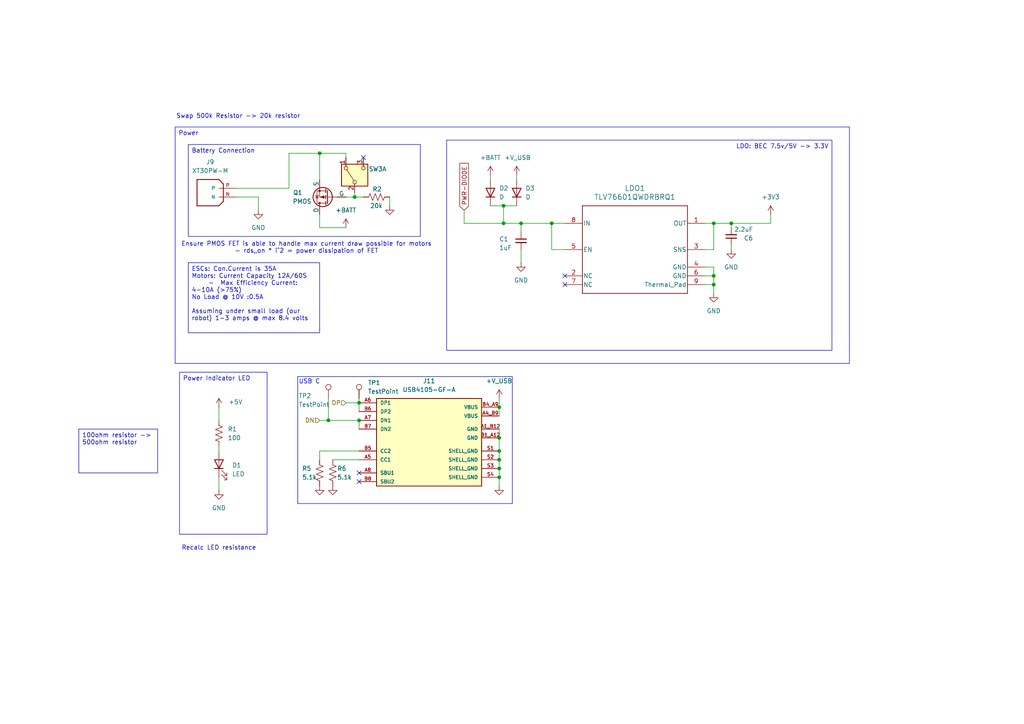
<source format=kicad_sch>
(kicad_sch (version 20231120) (generator "eeschema") (generator_version "8.0")
  (paper "A4")
  (lib_symbols
    (symbol "Connector:TestPoint" (pin_numbers hide) (pin_names (offset 0.762) hide)
      (property "Reference" "TP" (at 0 6.858 0))
      (property "Value" "TestPoint" (at 0 5.08 0))
      (symbol "TestPoint_0_1"
        (circle (center 0 3.302) (radius 0.762))
      )
      (symbol "TestPoint_1_1"
        (pin passive line (at 0 0 90) (length 2.54) (name "1") (number "1"))
      )
    )
    (symbol "Custom Symbols:USB4105-GF-A" (pin_names (offset 1.016))
      (property "Reference" "J" (at -13.97 13.97 0))
      (property "Value" "USB4105-GF-A" (at -15.24 -15.24 0))
      (symbol "USB4105-GF-A_0_0"
        (rectangle (start -15.24 12.7) (end 15.24 -12.7) (stroke (width 0.254)) (fill (type background)))
        (pin power_in line (at 20.32 3.81 180) (length 5.08) (name "GND") (number "A1_B12"))
        (pin power_in line (at 20.32 7.62 180) (length 5.08) (name "VBUS") (number "A4_B9"))
        (pin bidirectional line (at -20.32 -5.08 0) (length 5.08) (name "CC1") (number "A5"))
        (pin bidirectional line (at -20.32 11.43 0) (length 5.08) (name "DP1") (number "A6"))
        (pin bidirectional line (at -20.32 6.35 0) (length 5.08) (name "DN1") (number "A7"))
        (pin bidirectional line (at -20.32 -8.89 0) (length 5.08) (name "SBU1") (number "A8"))
        (pin power_in line (at 20.32 1.27 180) (length 5.08) (name "GND") (number "B1_A12"))
        (pin power_in line (at 20.32 10.16 180) (length 5.08) (name "VBUS") (number "B4_A9"))
        (pin bidirectional line (at -20.32 -2.54 0) (length 5.08) (name "CC2") (number "B5"))
        (pin bidirectional line (at -20.32 8.89 0) (length 5.08) (name "DP2") (number "B6"))
        (pin bidirectional line (at -20.32 3.81 0) (length 5.08) (name "DN2") (number "B7"))
        (pin bidirectional line (at -20.32 -11.43 0) (length 5.08) (name "SBU2") (number "B8"))
        (pin power_in line (at 20.32 -2.54 180) (length 5.08) (name "SHELL_GND") (number "S1"))
        (pin power_in line (at 20.32 -5.08 180) (length 5.08) (name "SHELL_GND") (number "S2"))
        (pin power_in line (at 20.32 -7.62 180) (length 5.08) (name "SHELL_GND") (number "S3"))
        (pin power_in line (at 20.32 -10.16 180) (length 5.08) (name "SHELL_GND") (number "S4"))
      )
    )
    (symbol "Device:C_Small" (pin_numbers hide) (pin_names (offset 0.254) hide)
      (property "Reference" "C" (at 0.254 1.778 0))
      (property "Value" "C_Small" (at 0.254 -2.032 0))
      (symbol "C_Small_0_1"
        (polyline (pts (xy -1.524 -0.508) (xy 1.524 -0.508)) (stroke (width 0.3302)))
        (polyline (pts (xy -1.524 0.508) (xy 1.524 0.508)) (stroke (width 0.3048)))
      )
      (symbol "C_Small_1_1"
        (pin passive line (at 0 2.54 270) (length 2.032) (name "~") (number "1"))
        (pin passive line (at 0 -2.54 90) (length 2.032) (name "~") (number "2"))
      )
    )
    (symbol "Device:D" (pin_numbers hide) (pin_names (offset 1.016) hide)
      (property "Reference" "D" (at 0 2.54 0))
      (property "Value" "D" (at 0 -2.54 0))
      (symbol "D_0_1"
        (polyline (pts (xy -1.27 1.27) (xy -1.27 -1.27)) (stroke (width 0.254)))
        (polyline (pts (xy 1.27 0) (xy -1.27 0)))
        (polyline (pts (xy 1.27 1.27) (xy 1.27 -1.27) (xy -1.27 0) (xy 1.27 1.27)) (stroke (width 0.254)))
      )
      (symbol "D_1_1"
        (pin passive line (at -3.81 0 0) (length 2.54) (name "K") (number "1"))
        (pin passive line (at 3.81 0 180) (length 2.54) (name "A") (number "2"))
      )
    )
    (symbol "Device:LED" (pin_numbers hide) (pin_names (offset 1.016) hide)
      (property "Reference" "D" (at 0 2.54 0))
      (property "Value" "LED" (at 0 -2.54 0))
      (symbol "LED_0_1"
        (polyline (pts (xy -1.27 -1.27) (xy -1.27 1.27)) (stroke (width 0.254)))
        (polyline (pts (xy -1.27 0) (xy 1.27 0)))
        (polyline (pts (xy 1.27 -1.27) (xy 1.27 1.27) (xy -1.27 0) (xy 1.27 -1.27)) (stroke (width 0.254)))
        (polyline (pts (xy -3.048 -0.762) (xy -4.572 -2.286) (xy -3.81 -2.286) (xy -4.572 -2.286) (xy -4.572 -1.524)))
        (polyline (pts (xy -1.778 -0.762) (xy -3.302 -2.286) (xy -2.54 -2.286) (xy -3.302 -2.286) (xy -3.302 -1.524)))
      )
      (symbol "LED_1_1"
        (pin passive line (at -3.81 0 0) (length 2.54) (name "K") (number "1"))
        (pin passive line (at 3.81 0 180) (length 2.54) (name "A") (number "2"))
      )
    )
    (symbol "Device:R_US" (pin_numbers hide) (pin_names (offset 0))
      (property "Reference" "R" (at 2.54 0 90))
      (property "Value" "R_US" (at -2.54 0 90))
      (symbol "R_US_0_1"
        (polyline (pts (xy 0 -2.286) (xy 0 -2.54)))
        (polyline (pts (xy 0 2.286) (xy 0 2.54)))
        (polyline (pts (xy 0 -0.762) (xy 1.016 -1.143) (xy 0 -1.524) (xy -1.016 -1.905) (xy 0 -2.286)))
        (polyline (pts (xy 0 0.762) (xy 1.016 0.381) (xy 0 0) (xy -1.016 -0.381) (xy 0 -0.762)))
        (polyline (pts (xy 0 2.286) (xy 1.016 1.905) (xy 0 1.524) (xy -1.016 1.143) (xy 0 0.762)))
      )
      (symbol "R_US_1_1"
        (pin passive line (at 0 3.81 270) (length 1.27) (name "~") (number "1"))
        (pin passive line (at 0 -3.81 90) (length 1.27) (name "~") (number "2"))
      )
    )
    (symbol "Simulation_SPICE:PMOS" (pin_numbers hide) (pin_names (offset 0))
      (property "Reference" "Q1" (at 8.89 -1.27 0))
      (property "Value" "PMOS" (at 7.62 1.27 0))
      (symbol "PMOS_0_1"
        (polyline (pts (xy 0.254 0) (xy -2.54 0)))
        (polyline (pts (xy 0.254 1.905) (xy 0.254 -1.905)) (stroke (width 0.254)))
        (polyline (pts (xy 0.762 -1.27) (xy 0.762 -2.286)) (stroke (width 0.254)))
        (polyline (pts (xy 0.762 0.508) (xy 0.762 -0.508)) (stroke (width 0.254)))
        (polyline (pts (xy 0.762 2.286) (xy 0.762 1.27)) (stroke (width 0.254)))
        (polyline (pts (xy 2.54 2.54) (xy 2.54 1.778)))
        (polyline (pts (xy 2.54 -2.54) (xy 2.54 0) (xy 0.762 0)))
        (polyline (pts (xy 0.762 1.778) (xy 3.302 1.778) (xy 3.302 -1.778) (xy 0.762 -1.778)))
        (polyline (pts (xy 2.286 0) (xy 1.27 0.381) (xy 1.27 -0.381) (xy 2.286 0)) (fill (type outline)))
        (polyline (pts (xy 2.794 -0.508) (xy 2.921 -0.381) (xy 3.683 -0.381) (xy 3.81 -0.254)))
        (polyline (pts (xy 3.302 -0.381) (xy 2.921 0.254) (xy 3.683 0.254) (xy 3.302 -0.381)))
        (circle (center 1.651 0) (radius 2.794) (stroke (width 0.254)))
        (circle (center 2.54 -1.778) (radius 0.254) (fill (type outline)))
        (circle (center 2.54 1.778) (radius 0.254) (fill (type outline)))
      )
      (symbol "PMOS_1_0"
        (pin passive line (at -5.08 0 0) (length 2.54) (name "G") (number "4"))
        (pin passive line (at 2.54 5.08 270) (length 2.54) (name "D") (number "5"))
      )
      (symbol "PMOS_1_1"
        (pin input line (at 2.54 -5.08 90) (length 2.54) hide (name "S") (number "1"))
        (pin passive line (at 2.54 -5.08 90) (length 2.54) hide (name "S") (number "2"))
        (pin passive line (at 2.54 -5.08 90) (length 2.54) (name "S") (number "3"))
      )
    )
    (symbol "Switch:SW_DPDT_x2" (pin_names (offset 0) hide)
      (property "Reference" "SW" (at 0 5.08 0))
      (property "Value" "SW_DPDT_x2" (at 0 -5.08 0))
      (symbol "SW_DPDT_x2_0_0"
        (circle (center -2.032 0) (radius 0.508))
        (circle (center 2.032 -2.54) (radius 0.508))
      )
      (symbol "SW_DPDT_x2_0_1"
        (rectangle (start -3.175 3.81) (end 3.175 -3.81) (stroke (width 0.254)) (fill (type background)))
        (polyline (pts (xy -1.524 0.254) (xy 1.5748 2.286)))
        (circle (center 2.032 2.54) (radius 0.508))
      )
      (symbol "SW_DPDT_x2_1_1"
        (pin passive line (at 5.08 2.54 180) (length 2.54) (name "A") (number "1"))
        (pin passive line (at -5.08 0 0) (length 2.54) (name "B") (number "2"))
        (pin passive line (at 5.08 -2.54 180) (length 2.54) (name "C") (number "3"))
      )
      (symbol "SW_DPDT_x2_2_1"
        (pin passive line (at 5.08 2.54 180) (length 2.54) (name "A") (number "4"))
        (pin passive line (at -5.08 0 0) (length 2.54) (name "B") (number "5"))
        (pin passive line (at 5.08 -2.54 180) (length 2.54) (name "C") (number "6"))
      )
    )
    (symbol "TLV6601:TLV76601QWDRBRQ1" (pin_names (offset 0.254))
      (property "Reference" "U" (at 0 2.54 0))
      (property "Value" "TLV76601QWDRBRQ1" (at 0 0 0))
      (symbol "TLV76601QWDRBRQ1_0_1"
        (polyline (pts (xy 5.08 -20.32) (xy 35.56 -20.32)) (stroke (width 0.2032)))
        (polyline (pts (xy 5.08 5.08) (xy 5.08 -20.32)) (stroke (width 0.2032)))
        (polyline (pts (xy 35.56 -20.32) (xy 35.56 5.08)) (stroke (width 0.2032)))
        (polyline (pts (xy 35.56 5.08) (xy 5.08 5.08)) (stroke (width 0.2032)))
        (pin power_in line (at 40.64 0 180) (length 5.08) (name "OUT") (number "1"))
        (pin unspecified line (at 0 -15.24 0) (length 5.08) (name "NC") (number "2"))
        (pin unspecified line (at 40.64 -7.62 180) (length 5.08) (name "SNS") (number "3"))
        (pin power_in line (at 40.64 -12.7 180) (length 5.08) (name "GND") (number "4"))
        (pin input line (at 0 -7.62 0) (length 5.08) (name "EN") (number "5"))
        (pin power_in line (at 40.64 -15.24 180) (length 5.08) (name "GND") (number "6"))
        (pin unspecified line (at 0 -17.78 0) (length 5.08) (name "NC") (number "7"))
        (pin power_in line (at 0 0 0) (length 5.08) (name "IN") (number "8"))
        (pin unspecified line (at 40.64 -17.78 180) (length 5.08) (name "Thermal_Pad") (number "9"))
      )
    )
    (symbol "XT30PW-M:XT30PW-M" (pin_names (offset 1.016))
      (property "Reference" "J" (at -7.62 3.302 0))
      (property "Value" "XT30PW-M" (at -7.62 -7.62 0))
      (symbol "XT30PW-M_0_0"
        (polyline (pts (xy -7.62 -5.08) (xy -7.62 2.54)) (stroke (width 0.254)))
        (polyline (pts (xy -7.62 2.54) (xy -1.27 2.54)) (stroke (width 0.254)))
        (polyline (pts (xy -1.27 -5.08) (xy -7.62 -5.08)) (stroke (width 0.254)))
        (polyline (pts (xy 0 -3.81) (xy -1.27 -5.08)) (stroke (width 0.254)))
        (polyline (pts (xy 0 0) (xy 0 -3.81)) (stroke (width 0.254)))
        (polyline (pts (xy 0 1.27) (xy -1.27 2.54)) (stroke (width 0.254)))
        (polyline (pts (xy 0 1.27) (xy 0 0)) (stroke (width 0.254)))
      )
      (symbol "XT30PW-M_1_0"
        (pin power_in line (at 3.81 -2.54 180) (length 5.08) (name "N") (number "N"))
        (pin power_in line (at 3.81 0 180) (length 5.08) (name "P") (number "P"))
      )
      (symbol "XT30PW-M_1_1"
        (pin unspecified line (at -10.16 0 0) (length 2.54) hide (name "S1") (number "S1"))
        (pin unspecified line (at -10.16 -2.54 0) (length 2.54) hide (name "S2") (number "S2"))
      )
    )
    (symbol "power:+12V" (power) (pin_names (offset 0))
      (property "Value" "+12V" (at 0 3.556 0))
      (symbol "+12V_0_1"
        (polyline (pts (xy -0.762 1.27) (xy 0 2.54)))
        (polyline (pts (xy 0 0) (xy 0 2.54)))
        (polyline (pts (xy 0 2.54) (xy 0.762 1.27)))
      )
      (symbol "+12V_1_1"
        (pin power_in line (at 0 0 90) (length 0) hide (name "+12V") (number "1"))
      )
    )
    (symbol "power:+3V3" (power) (pin_numbers hide) (pin_names (offset 0) hide)
      (property "Value" "+3V3" (at 0 3.556 0))
      (symbol "+3V3_0_1"
        (polyline (pts (xy -0.762 1.27) (xy 0 2.54)))
        (polyline (pts (xy 0 0) (xy 0 2.54)))
        (polyline (pts (xy 0 2.54) (xy 0.762 1.27)))
      )
      (symbol "+3V3_1_1"
        (pin power_in line (at 0 0 90) (length 0) (name "~") (number "1"))
      )
    )
    (symbol "power:+5V" (power) (pin_numbers hide) (pin_names (offset 0) hide)
      (property "Value" "+5V" (at 0 3.556 0))
      (symbol "+5V_0_1"
        (polyline (pts (xy -0.762 1.27) (xy 0 2.54)))
        (polyline (pts (xy 0 0) (xy 0 2.54)))
        (polyline (pts (xy 0 2.54) (xy 0.762 1.27)))
      )
      (symbol "+5V_1_1"
        (pin power_in line (at 0 0 90) (length 0) (name "~") (number "1"))
      )
    )
    (symbol "power:+BATT" (power) (pin_numbers hide) (pin_names (offset 0) hide)
      (property "Value" "+BATT" (at 0 3.556 0))
      (symbol "+BATT_0_1"
        (polyline (pts (xy -0.762 1.27) (xy 0 2.54)))
        (polyline (pts (xy 0 0) (xy 0 2.54)))
        (polyline (pts (xy 0 2.54) (xy 0.762 1.27)))
      )
      (symbol "+BATT_1_1"
        (pin power_in line (at 0 0 90) (length 0) (name "~") (number "1"))
      )
    )
    (symbol "power:GND" (power) (pin_numbers hide) (pin_names (offset 0) hide)
      (property "Value" "GND" (at 0 -3.81 0))
      (symbol "GND_0_1"
        (polyline (pts (xy 0 0) (xy 0 -1.27) (xy 1.27 -1.27) (xy 0 -2.54) (xy -1.27 -1.27) (xy 0 -1.27)))
      )
      (symbol "GND_1_1"
        (pin power_in line (at 0 0 270) (length 0) (name "~") (number "1"))
      )
    )
    (symbol "power:VBUS" (power) (pin_numbers hide) (pin_names (offset 0) hide)
      (property "Value" "VBUS" (at 0 3.556 0))
      (symbol "VBUS_0_1"
        (polyline (pts (xy -0.762 1.27) (xy 0 2.54)))
        (polyline (pts (xy 0 0) (xy 0 2.54)))
        (polyline (pts (xy 0 2.54) (xy 0.762 1.27)))
      )
      (symbol "VBUS_1_1"
        (pin power_in line (at 0 0 90) (length 0) (name "~") (number "1"))
      )
    )
  )
  (junction (at 207.01 80.01))
  (junction (at 104.14 116.84))
  (junction (at 144.78 138.43))
  (junction (at 146.05 64.77))
  (junction (at 95.25 121.92))
  (junction (at 207.01 82.55))
  (junction (at 146.05 59.69))
  (junction (at 144.78 135.89))
  (junction (at 207.01 64.77))
  (junction (at 144.78 118.11))
  (junction (at 144.78 130.81))
  (junction (at 92.71 44.45))
  (junction (at 212.09 64.77))
  (junction (at 144.78 133.35))
  (junction (at 144.78 127))
  (junction (at 151.13 64.77))
  (junction (at 160.02 64.77))
  (junction (at 102.87 57.15))
  (junction (at 104.14 121.92))
  (no_connect (at 104.14 139.7))
  (no_connect (at 105.41 45.72))
  (no_connect (at 163.83 80.01))
  (no_connect (at 104.14 137.16))
  (no_connect (at 163.83 82.55))
  (wire (pts (xy 142.24 59.69) (xy 146.05 59.69)))
  (wire (pts (xy 144.78 135.89) (xy 144.78 138.43)))
  (wire (pts (xy 146.05 64.77) (xy 151.13 64.77)))
  (wire (pts (xy 144.78 124.46) (xy 144.78 127)))
  (wire (pts (xy 212.09 64.77) (xy 212.09 66.04)))
  (wire (pts (xy 92.71 66.04) (xy 92.71 62.23)))
  (wire (pts (xy 102.87 57.15) (xy 105.41 57.15)))
  (wire (pts (xy 212.09 64.77) (xy 207.01 64.77)))
  (wire (pts (xy 92.71 133.35) (xy 92.71 130.81)))
  (wire (pts (xy 63.5 118.11) (xy 63.5 121.92)))
  (wire (pts (xy 204.47 80.01) (xy 207.01 80.01)))
  (wire (pts (xy 92.71 44.45) (xy 100.33 44.45)))
  (wire (pts (xy 104.14 121.92) (xy 104.14 124.46)))
  (wire (pts (xy 212.09 71.12) (xy 212.09 72.39)))
  (wire (pts (xy 207.01 80.01) (xy 207.01 77.47)))
  (wire (pts (xy 204.47 82.55) (xy 207.01 82.55)))
  (wire (pts (xy 207.01 64.77) (xy 204.47 64.77)))
  (wire (pts (xy 74.93 57.15) (xy 74.93 60.96)))
  (wire (pts (xy 207.01 85.09) (xy 207.01 82.55)))
  (wire (pts (xy 204.47 72.39) (xy 207.01 72.39)))
  (wire (pts (xy 102.87 57.15) (xy 100.33 57.15)))
  (wire (pts (xy 144.78 138.43) (xy 144.78 140.97)))
  (wire (pts (xy 95.25 115.57) (xy 95.25 121.92)))
  (wire (pts (xy 63.5 138.43) (xy 63.5 142.24)))
  (wire (pts (xy 83.82 44.45) (xy 92.71 44.45)))
  (wire (pts (xy 92.71 121.92) (xy 95.25 121.92)))
  (wire (pts (xy 149.86 50.8) (xy 149.86 52.07)))
  (wire (pts (xy 83.82 54.61) (xy 83.82 44.45)))
  (wire (pts (xy 113.03 57.15) (xy 113.03 59.69)))
  (wire (pts (xy 100.33 116.84) (xy 104.14 116.84)))
  (wire (pts (xy 142.24 50.8) (xy 142.24 52.07)))
  (wire (pts (xy 96.52 133.35) (xy 104.14 133.35)))
  (wire (pts (xy 144.78 127) (xy 144.78 130.81)))
  (wire (pts (xy 207.01 77.47) (xy 204.47 77.47)))
  (wire (pts (xy 207.01 72.39) (xy 207.01 64.77)))
  (wire (pts (xy 146.05 59.69) (xy 149.86 59.69)))
  (wire (pts (xy 68.58 54.61) (xy 83.82 54.61)))
  (wire (pts (xy 63.5 129.54) (xy 63.5 130.81)))
  (wire (pts (xy 102.87 55.88) (xy 102.87 57.15)))
  (wire (pts (xy 144.78 118.11) (xy 144.78 120.65)))
  (wire (pts (xy 92.71 66.04) (xy 100.33 66.04)))
  (wire (pts (xy 104.14 116.84) (xy 104.14 119.38)))
  (wire (pts (xy 160.02 64.77) (xy 163.83 64.77)))
  (wire (pts (xy 146.05 59.69) (xy 146.05 64.77)))
  (wire (pts (xy 92.71 44.45) (xy 92.71 52.07)))
  (wire (pts (xy 151.13 64.77) (xy 160.02 64.77)))
  (wire (pts (xy 207.01 82.55) (xy 207.01 80.01)))
  (wire (pts (xy 100.33 44.45) (xy 100.33 45.72)))
  (wire (pts (xy 134.62 64.77) (xy 146.05 64.77)))
  (wire (pts (xy 144.78 130.81) (xy 144.78 133.35)))
  (wire (pts (xy 223.52 64.77) (xy 223.52 62.23)))
  (wire (pts (xy 151.13 72.39) (xy 151.13 76.2)))
  (wire (pts (xy 95.25 121.92) (xy 104.14 121.92)))
  (wire (pts (xy 68.58 57.15) (xy 74.93 57.15)))
  (wire (pts (xy 144.78 133.35) (xy 144.78 135.89)))
  (wire (pts (xy 223.52 64.77) (xy 212.09 64.77)))
  (wire (pts (xy 134.62 60.96) (xy 134.62 64.77)))
  (wire (pts (xy 151.13 67.31) (xy 151.13 64.77)))
  (wire (pts (xy 160.02 64.77) (xy 160.02 72.39)))
  (wire (pts (xy 104.14 115.57) (xy 104.14 116.84)))
  (wire (pts (xy 144.78 115.57) (xy 144.78 118.11)))
  (wire (pts (xy 92.71 130.81) (xy 104.14 130.81)))
  (wire (pts (xy 160.02 72.39) (xy 163.83 72.39)))
  (rectangle (start 86.36 109.22) (end 148.59 146.05))
  (text_box "LDO: BEC 7.5v/5V -> 3.3V\n" (at 129.54 40.64 0) (size 111.76 60.96) (effects (font (size 1.27 1.27)) (justify right top)))
  (text_box "Battery Connection \n" (at 54.61 41.91 0) (size 67.31 26.67) (effects (font (size 1.27 1.27)) (justify left top)))
  (text_box "100ohm resistor -> 500ohm resistor\n" (at 22.86 124.46 0) (size 22.86 12.7) (effects (font (size 1.27 1.27)) (justify left top)))
  (text_box "ESCs: Con.Current is 35A\nMotors: Current Capacity 12A/60S \n	-  Max Efficiency Current: 4-10A (>75%)\nNo Load @ 10V :0.5A\n\nAssuming under small load (our robot) 1-3 amps @ max 8.4 volts" (at 54.61 76.2 0) (size 38.1 20.32) (effects (font (size 1.27 1.27)) (justify left top)))
  (text_box "Power Indicator LED" (at 52.07 107.95 0) (size 25.4 46.99) (effects (font (size 1.27 1.27)) (justify left top)))
  (text_box "Power" (at 50.8 36.83 0) (size 195.58 68.58) (effects (font (size 1.27 1.27)) (justify left top)))
  (text "Swap 500k Resistor -> 20k resistor\n" (at 69.088 33.782 0) (effects (font (size 1.27 1.27))))
  (text "Recalc LED resistance\n" (at 63.5 159.004 0) (effects (font (size 1.27 1.27))))
  (text "Ensure PMOS FET is able to handle max current draw possible for motors\n- rds_on * i^2 = power dissipation of FET" (at 88.9 71.882 0) (effects (font (size 1.27 1.27))))
  (text "USB C" (at 86.614 111.506 0) (effects (font (size 1.27 1.27)) (justify left bottom)))
  (global_label "PWR-DIODE" (shape input) (at 134.62 60.96 90) (property "Intersheetrefs" "${INTERSHEET_REFS}" (effects (hide yes))))
  (hierarchical_label "DN" (shape input) (at 92.71 121.92 180))
  (hierarchical_label "DP" (shape input) (at 100.33 116.84 180))
  (symbol (lib_id "Device:R_US") (at 92.71 137.16 0) (unit 1)
    (property "Reference" "R5" (at 87.63 135.89 0) (effects (justify left)))
    (property "Value" "5.1k" (at 87.63 138.43 0) (effects (justify left)))
    (property "Footprint" "Resistor_SMD:R_0603_1608Metric" (effects (hide yes)))
    (property "MANUFACTURER" "ERA-2AED512X" (effects (hide yes)))
  )
  (symbol (lib_id "power:GND") (at 144.78 140.97 0) (unit 1)
    (property "Reference" "#PWR036" (effects (hide yes)))
    (property "Value" "GND" (effects (hide yes)))
  )
  (symbol (lib_id "Device:C_Small") (at 151.13 69.85 0) (unit 1)
    (property "Reference" "C1" (at 144.78 69.342 0) (effects (justify left)))
    (property "Value" "1uF" (at 144.78 71.882 0) (effects (justify left)))
    (property "Footprint" "Capacitor_SMD:C_0603_1608Metric" (effects (hide yes)))
    (property "Description" "Unpolarized capacitor, small symbol" (effects (hide yes)))
    (property "MANUFACTURER" " 581-KAF21KR71E105KU " (effects (hide yes)))
  )
  (symbol (lib_id "Connector:TestPoint") (at 95.25 115.57 0) (unit 1)
    (property "Reference" "TP2" (at 86.614 114.808 0) (effects (justify left)))
    (property "Value" "TestPoint" (at 86.614 117.348 0) (effects (justify left)))
    (property "Footprint" "TestPoint:TestPoint_Pad_D2.0mm" (effects (hide yes)))
    (property "Description" "test point" (effects (hide yes)))
  )
  (symbol (lib_id "power:VBUS") (at 144.78 115.57 0) (unit 1)
    (property "Reference" "#PWR035" (effects (hide yes)))
    (property "Value" "+V_USB" (at 144.78 110.49 0))
    (property "Description" "Power symbol creates a global label with name \"VBUS\"" (effects (hide yes)))
  )
  (symbol (lib_id "XT30PW-M:XT30PW-M") (at 64.77 54.61 0) (unit 1) (in_bom no)
    (property "Reference" "J9" (at 60.96 46.99 0))
    (property "Value" "XT30PW-M" (at 60.96 49.53 0))
    (property "Footprint" "XT30PW-M:AMASS_XT30PW-M" (effects (hide yes)))
    (property "MF" "AMASS" (effects (hide yes)))
    (property "MAXIMUM_PACKAGE_HEIGHT" "5 mm" (effects (hide yes)))
    (property "Package" "None" (effects (hide yes)))
    (property "Price" "None" (effects (hide yes)))
    (property "Check_prices" "https://www.snapeda.com/parts/XT30PW-M/AMASS/view-part/?ref=eda" (effects (hide yes)))
    (property "STANDARD" "Manufacturer Recommendations" (effects (hide yes)))
    (property "PARTREV" "1.2" (effects (hide yes)))
    (property "SnapEDA_Link" "https://www.snapeda.com/parts/XT30PW-M/AMASS/view-part/?ref=snap" (effects (hide yes)))
    (property "MP" "XT30PW-M" (effects (hide yes)))
    (property "Description_1" "\nSocket; DC supply; XT30; male; PIN: 2; on PCBs; THT; Colour: yellow\n" (effects (hide yes)))
    (property "MANUFACTURER" "Amass" (effects (hide yes)))
    (property "Availability" "Not in stock" (effects (hide yes)))
    (property "SNAPEDA_PN" "XT30PW-M" (effects (hide yes)))
  )
  (symbol (lib_id "Device:C_Small") (at 212.09 68.58 180) (unit 1)
    (property "Reference" "C6" (at 218.44 69.088 0) (effects (justify left)))
    (property "Value" "2.2uF" (at 218.44 66.548 0) (effects (justify left)))
    (property "Footprint" "Capacitor_SMD:C_0603_1608Metric" (effects (hide yes)))
    (property "Description" "Unpolarized capacitor, small symbol" (effects (hide yes)))
    (property "MANUFACTURER" " 581-KAF21KR71E225KU " (effects (hide yes)))
  )
  (symbol (lib_id "Switch:SW_DPDT_x2") (at 102.87 50.8 90) (unit 1)
    (property "Reference" "SW3" (at 106.934 49.022 90) (effects (justify right)))
    (property "Value" "SW_Nidec_CAS-120A1" (effects (hide yes)))
    (property "Footprint" "JS102011JAQN:SW_JS102011JAQN" (effects (hide yes)))
    (property "Description" "Switch, dual pole double throw, separate symbols" (effects (hide yes)))
    (property "MANUFACTURER" "CKN10723CT-ND" (effects (hide yes)))
  )
  (symbol (lib_id "power:GND") (at 113.03 59.69 0) (unit 1)
    (property "Reference" "#PWR026" (effects (hide yes)))
    (property "Value" "GND" (effects (hide yes)))
  )
  (symbol (lib_id "Device:D") (at 142.24 55.88 90) (unit 1)
    (property "Reference" "D2" (at 144.78 54.6099 90) (effects (justify right)))
    (property "Value" "D" (at 144.78 57.1499 90) (effects (justify right)))
    (property "Footprint" "Diode_SMD:D_SOD-123F" (effects (hide yes)))
    (property "Description" "Diode" (effects (hide yes)))
    (property "Sim.Device" "D" (effects (hide yes)))
    (property "Sim.Pins" "1=K 2=A" (effects (hide yes)))
    (property "MANUFACTURER" "RB168MM-30TR" (effects (hide yes)))
  )
  (symbol (lib_id "power:+BATT") (at 142.24 50.8 0) (unit 1)
    (property "Reference" "#PWR027" (effects (hide yes)))
    (property "Value" "+BATT" (at 142.24 45.72 0))
    (property "Description" "Power symbol creates a global label with name \"+BATT\"" (effects (hide yes)))
  )
  (symbol (lib_id "Device:LED") (at 63.5 134.62 90) (unit 1)
    (property "Reference" "D1" (at 67.31 134.9374 90) (effects (justify right)))
    (property "Value" "LED" (at 67.31 137.4774 90) (effects (justify right)))
    (property "Footprint" "LED_SMD:LED_0603_1608Metric" (effects (hide yes)))
    (property "Description" "Light emitting diode" (effects (hide yes)))
    (property "MANUFACTURER" "CSL1101WBCW1 " (effects (hide yes)))
  )
  (symbol (lib_id "power:GND") (at 63.5 142.24 0) (unit 1)
    (property "Reference" "#PWR021" (effects (hide yes)))
    (property "Value" "GND" (at 63.5 147.32 0))
    (property "Description" "Power symbol creates a global label with name \"GND\" , ground" (effects (hide yes)))
  )
  (symbol (lib_id "power:+12V") (at 100.33 66.04 0) (unit 1)
    (property "Reference" "#PWR025" (effects (hide yes)))
    (property "Value" "+BATT" (at 100.33 60.96 0))
  )
  (symbol (lib_id "power:GND") (at 74.93 60.96 0) (unit 1)
    (property "Reference" "#PWR022" (effects (hide yes)))
    (property "Value" "GND" (at 74.93 66.04 0))
    (property "Description" "Power symbol creates a global label with name \"GND\" , ground" (effects (hide yes)))
  )
  (symbol (lib_id "power:GND") (at 96.52 140.97 0) (unit 1)
    (property "Reference" "#PWR034" (effects (hide yes)))
    (property "Value" "GND" (effects (hide yes)))
  )
  (symbol (lib_id "power:GND") (at 212.09 72.39 0) (unit 1)
    (property "Reference" "#PWR031" (effects (hide yes)))
    (property "Value" "GND" (at 212.09 77.47 0))
    (property "Description" "Power symbol creates a global label with name \"GND\" , ground" (effects (hide yes)))
  )
  (symbol (lib_id "power:+3V3") (at 223.52 62.23 0) (unit 1)
    (property "Reference" "#PWR032" (effects (hide yes)))
    (property "Value" "+3V3" (at 223.52 57.15 0))
    (property "Description" "Power symbol creates a global label with name \"+3V3\"" (effects (hide yes)))
  )
  (symbol (lib_id "Simulation_SPICE:PMOS") (at 95.25 57.15 180) (unit 1)
    (property "Reference" "Q1" (at 86.36 55.88 0))
    (property "Value" "PMOS" (at 87.63 58.42 0))
    (property "Footprint" "Package_SO:PowerPAK_SO-8_Single" (effects (hide yes)))
    (property "Datasheet" "https://ngspice.sourceforge.io/docs/ngspice-manual.pdf" (effects (hide yes)))
    (property "Sim.Device" "PMOS" (effects (hide yes)))
    (property "Sim.Type" "VDMOS" (effects (hide yes)))
    (property "Sim.Pins" "1=D 2=G 3=S" (effects (hide yes)))
    (property "MANUFACTURER" " 781-SI7617DN-GE3 " (effects (hide yes)))
  )
  (symbol (lib_id "Connector:TestPoint") (at 104.14 115.57 0) (unit 1)
    (property "Reference" "TP1" (at 106.68 110.9979 0) (effects (justify left)))
    (property "Value" "TestPoint" (at 106.68 113.5379 0) (effects (justify left)))
    (property "Footprint" "TestPoint:TestPoint_Pad_D2.0mm" (effects (hide yes)))
    (property "Description" "test point" (effects (hide yes)))
  )
  (symbol (lib_id "power:GND") (at 151.13 76.2 0) (unit 1)
    (property "Reference" "#PWR029" (effects (hide yes)))
    (property "Value" "GND" (at 151.13 81.28 0))
    (property "Description" "Power symbol creates a global label with name \"GND\" , ground" (effects (hide yes)))
  )
  (symbol (lib_id "Custom Symbols:USB4105-GF-A") (at 124.46 128.27 0) (unit 1)
    (property "Reference" "J11" (at 124.46 110.49 0))
    (property "Value" "USB4105-GF-A" (at 124.46 113.03 0))
    (property "Footprint" "USB4105-GF-A-Footprint:GCT_USB4105-GF-A" (effects (hide yes)))
    (property "PARTREV" "A3" (effects (hide yes)))
    (property "STANDARD" "Manufacturer Recommendations" (effects (hide yes)))
    (property "MAXIMUM_PACKAGE_HEIGHT" "3.31 mm" (effects (hide yes)))
    (property "MANUFACTURER" "USB4105-GF-A" (effects (hide yes)))
  )
  (symbol (lib_id "power:+3V3") (at 63.5 118.11 0) (unit 1)
    (property "Reference" "#PWR020" (effects (hide yes)))
    (property "Value" "+5V" (at 68.326 116.586 0))
    (property "Description" "Power symbol creates a global label with name \"+3V3\"" (effects (hide yes)))
  )
  (symbol (lib_id "Device:R_US") (at 96.52 137.16 0) (unit 1)
    (property "Reference" "R6" (at 97.79 135.89 0) (effects (justify left)))
    (property "Value" "5.1k" (at 97.79 138.43 0) (effects (justify left)))
    (property "Footprint" "Resistor_SMD:R_0603_1608Metric" (effects (hide yes)))
    (property "MANUFACTURER" "ERA-2AED512X" (effects (hide yes)))
  )
  (symbol (lib_id "power:GND") (at 92.71 140.97 0) (unit 1)
    (property "Reference" "#PWR033" (effects (hide yes)))
    (property "Value" "GND" (effects (hide yes)))
  )
  (symbol (lib_id "TLV6601:TLV76601QWDRBRQ1") (at 163.83 64.77 0) (unit 1)
    (property "Reference" "LDO1" (at 184.15 54.61 0) (effects (font (size 1.524 1.524))))
    (property "Value" "TLV76601QWDRBRQ1" (at 184.15 57.15 0) (effects (font (size 1.524 1.524))))
    (property "Footprint" "TLV76601:DRB0008J-IPC_A" (effects (hide yes)))
    (property "Datasheet" "TLV76601QWDRBRQ1" (effects (hide yes)))
    (property "MANUFACTURER" "TLV76633QWDRBRQ1" (effects (hide yes)))
  )
  (symbol (lib_id "Device:D") (at 149.86 55.88 90) (unit 1)
    (property "Reference" "D3" (at 152.4 54.6099 90) (effects (justify right)))
    (property "Value" "D" (at 152.4 57.1499 90) (effects (justify right)))
    (property "Footprint" "Diode_SMD:D_SOD-123F" (effects (hide yes)))
    (property "Description" "Diode" (effects (hide yes)))
    (property "Sim.Device" "D" (effects (hide yes)))
    (property "Sim.Pins" "1=K 2=A" (effects (hide yes)))
    (property "MANUFACTURER" "RB168MM-30TR" (effects (hide yes)))
  )
  (symbol (lib_id "Device:R_US") (at 109.22 57.15 90) (unit 1)
    (property "Reference" "R2" (at 110.744 54.864 90) (effects (justify left)))
    (property "Value" "20k" (at 110.998 59.69 90) (effects (justify left)))
    (property "Footprint" "Resistor_SMD:R_0603_1608Metric" (effects (hide yes)))
    (property "MANUFACTURER" "5-2176074-3" (effects (hide yes)))
  )
  (symbol (lib_id "power:+5V") (at 149.86 50.8 0) (unit 1)
    (property "Reference" "#PWR028" (effects (hide yes)))
    (property "Value" "+V_USB" (at 146.304 45.72 0) (effects (justify left)))
    (property "Description" "Power symbol creates a global label with name \"+5V\"" (effects (hide yes)))
  )
  (symbol (lib_id "Device:R_US") (at 63.5 125.73 0) (unit 1)
    (property "Reference" "R1" (at 66.04 124.4599 0) (effects (justify left)))
    (property "Value" "100" (at 66.04 126.9999 0) (effects (justify left)))
    (property "Footprint" "Resistor_SMD:R_0603_1608Metric" (effects (hide yes)))
    (property "Description" "Resistor, US symbol" (effects (hide yes)))
    (property "MANUFACTURER" "ERJ-1RKD1000C" (effects (hide yes)))
  )
  (symbol (lib_id "power:GND") (at 207.01 85.09 0) (mirror y) (unit 1)
    (property "Reference" "#PWR030" (effects (hide yes)))
    (property "Value" "GND" (at 207.01 90.17 0))
    (property "Description" "Power symbol creates a global label with name \"GND\" , ground" (effects (hide yes)))
  )
)
</source>
